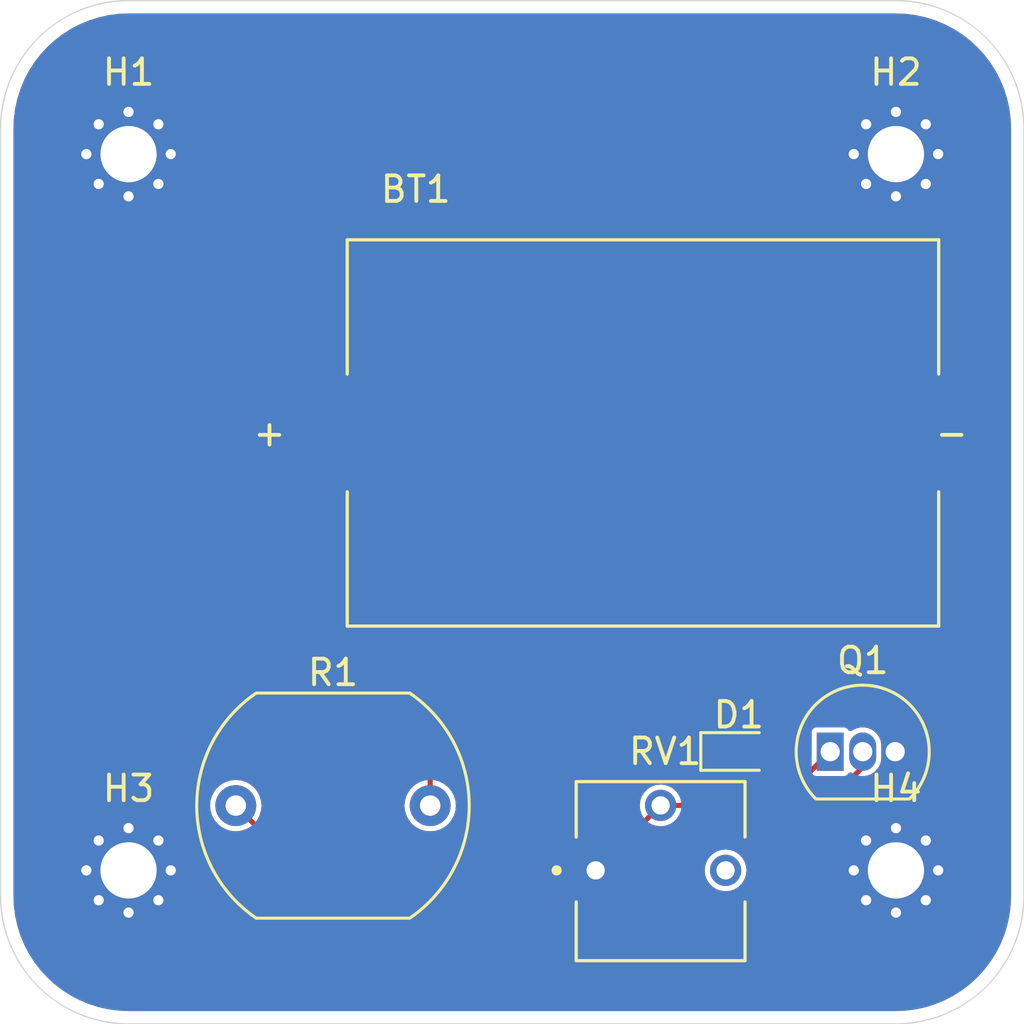
<source format=kicad_pcb>
(kicad_pcb (version 20240108) (generator "pcbnew") (generator_version "8.0")
  (layers (0 "F.Cu" signal) (31 "B.Cu" signal) (34 "B.Paste" user) (35 "F.Paste" user) (36 "B.SilkS" user "B.Silkscreen") (37 "F.SilkS" user "F.Silkscreen") (38 "B.Mask" user) (39 "F.Mask" user) (44 "Edge.Cuts" user))
  (net 0 "")
  (net 1 "Net-(BT1-Pad+)")
  (net 2 "GND")
  (net 3 "Net-(D1-K)")
  (net 4 "Net-(Q1-B)")
  (footprint "MountingHole:MountingHole_2.2mm_M2_Pad_Via" (layer "F.Cu") (at 175 76)
    (property "Reference" "H2" (at 0 -3.2 0) (layer "F.SilkS"))
    (property "Value" "M2")
    (pad "1" thru_hole circle (at -1.65 0) (size 0.7 0.7) (drill 0.4) (layers "*.Cu" "*.Mask") (net 2 "GND"))
    (pad "1" thru_hole circle (at -1.166726 -1.166726) (size 0.7 0.7) (drill 0.4) (layers "*.Cu" "*.Mask") (net 2 "GND"))
    (pad "1" thru_hole circle (at -1.166726 1.166726) (size 0.7 0.7) (drill 0.4) (layers "*.Cu" "*.Mask") (net 2 "GND"))
    (pad "1" thru_hole circle (at 0 -1.65) (size 0.7 0.7) (drill 0.4) (layers "*.Cu" "*.Mask") (net 2 "GND"))
    (pad "1" thru_hole circle (at 0 0) (size 4.4 4.4) (drill 2.2) (layers "*.Cu" "*.Mask") (net 2 "GND"))
    (pad "1" thru_hole circle (at 0 1.65) (size 0.7 0.7) (drill 0.4) (layers "*.Cu" "*.Mask") (net 2 "GND"))
    (pad "1" thru_hole circle (at 1.166726 -1.166726) (size 0.7 0.7) (drill 0.4) (layers "*.Cu" "*.Mask") (net 2 "GND"))
    (pad "1" thru_hole circle (at 1.166726 1.166726) (size 0.7 0.7) (drill 0.4) (layers "*.Cu" "*.Mask") (net 2 "GND"))
    (pad "1" thru_hole circle (at 1.65 0) (size 0.7 0.7) (drill 0.4) (layers "*.Cu" "*.Mask") (net 2 "GND"))
  )
  (footprint "MountingHole:MountingHole_2.2mm_M2_Pad_Via" (layer "F.Cu") (at 175 104)
    (property "Reference" "H4" (at 0 -3.2 0) (layer "F.SilkS"))
    (property "Value" "M2")
    (pad "1" thru_hole circle (at -1.65 0) (size 0.7 0.7) (drill 0.4) (layers "*.Cu" "*.Mask") (net 2 "GND"))
    (pad "1" thru_hole circle (at -1.166726 -1.166726) (size 0.7 0.7) (drill 0.4) (layers "*.Cu" "*.Mask") (net 2 "GND"))
    (pad "1" thru_hole circle (at -1.166726 1.166726) (size 0.7 0.7) (drill 0.4) (layers "*.Cu" "*.Mask") (net 2 "GND"))
    (pad "1" thru_hole circle (at 0 -1.65) (size 0.7 0.7) (drill 0.4) (layers "*.Cu" "*.Mask") (net 2 "GND"))
    (pad "1" thru_hole circle (at 0 0) (size 4.4 4.4) (drill 2.2) (layers "*.Cu" "*.Mask") (net 2 "GND"))
    (pad "1" thru_hole circle (at 0 1.65) (size 0.7 0.7) (drill 0.4) (layers "*.Cu" "*.Mask") (net 2 "GND"))
    (pad "1" thru_hole circle (at 1.166726 -1.166726) (size 0.7 0.7) (drill 0.4) (layers "*.Cu" "*.Mask") (net 2 "GND"))
    (pad "1" thru_hole circle (at 1.166726 1.166726) (size 0.7 0.7) (drill 0.4) (layers "*.Cu" "*.Mask") (net 2 "GND"))
    (pad "1" thru_hole circle (at 1.65 0) (size 0.7 0.7) (drill 0.4) (layers "*.Cu" "*.Mask") (net 2 "GND"))
  )
  (footprint "Coin_Cell_Holder:BAT_BLP2032SM-GTR" (layer "F.Cu") (at 165.75 86.9)
    (property "Reference" "BT1" (at -9.525 -9.525 0) (layer "F.SilkS"))
    (property "Value" "BLP2032SM-GTR")
    (fp_line (start -12.2 -7.55) (end 10.92 -7.55) (stroke (width 0.127)) (layer "F.SilkS"))
    (fp_line (start -12.2 -2.3) (end -12.2 -7.55) (stroke (width 0.127)) (layer "F.SilkS"))
    (fp_line (start -12.2 7.55) (end -12.2 2.3) (stroke (width 0.127)) (layer "F.SilkS"))
    (fp_line (start 10.92 -7.55) (end 10.92 -2.3) (stroke (width 0.127)) (layer "F.SilkS"))
    (fp_line (start 10.92 2.3) (end 10.92 7.55) (stroke (width 0.127)) (layer "F.SilkS"))
    (fp_line (start 10.92 7.55) (end -12.2 7.55) (stroke (width 0.127)) (layer "F.SilkS"))
    (fp_text user "+" (at -15.24 0 0) (layer "F.SilkS"))
    (fp_text user "-" (at 11.43 0 0) (layer "F.SilkS"))
    (pad "+" smd rect (at -11.99 0) (size 3.2 3.75) (layers "F.Cu" "F.Paste" "F.Mask") (net 1 "Net-(BT1-Pad+)"))
    (pad "-" smd rect (at 9.27 0) (size 3.2 3.75) (layers "F.Cu" "F.Paste" "F.Mask") (net 2 "GND"))
  )
  (footprint "MountingHole:MountingHole_2.2mm_M2_Pad_Via" (layer "F.Cu") (at 145 104)
    (property "Reference" "H3" (at 0 -3.2 0) (layer "F.SilkS"))
    (property "Value" "M2")
    (pad "1" thru_hole circle (at -1.65 0) (size 0.7 0.7) (drill 0.4) (layers "*.Cu" "*.Mask") (net 2 "GND"))
    (pad "1" thru_hole circle (at -1.166726 -1.166726) (size 0.7 0.7) (drill 0.4) (layers "*.Cu" "*.Mask") (net 2 "GND"))
    (pad "1" thru_hole circle (at -1.166726 1.166726) (size 0.7 0.7) (drill 0.4) (layers "*.Cu" "*.Mask") (net 2 "GND"))
    (pad "1" thru_hole circle (at 0 -1.65) (size 0.7 0.7) (drill 0.4) (layers "*.Cu" "*.Mask") (net 2 "GND"))
    (pad "1" thru_hole circle (at 0 0) (size 4.4 4.4) (drill 2.2) (layers "*.Cu" "*.Mask") (net 2 "GND"))
    (pad "1" thru_hole circle (at 0 1.65) (size 0.7 0.7) (drill 0.4) (layers "*.Cu" "*.Mask") (net 2 "GND"))
    (pad "1" thru_hole circle (at 1.166726 -1.166726) (size 0.7 0.7) (drill 0.4) (layers "*.Cu" "*.Mask") (net 2 "GND"))
    (pad "1" thru_hole circle (at 1.166726 1.166726) (size 0.7 0.7) (drill 0.4) (layers "*.Cu" "*.Mask") (net 2 "GND"))
    (pad "1" thru_hole circle (at 1.65 0) (size 0.7 0.7) (drill 0.4) (layers "*.Cu" "*.Mask") (net 2 "GND"))
  )
  (footprint "trim potentiometer:TRIM_3362P-1-204" (layer "F.Cu") (at 165.8 104)
    (property "Reference" "RV1" (at 0.17547 -4.64779 0) (layer "F.SilkS") (effects (font (size 1.002756 1.002756))))
    (property "Value" "10k")
    (fp_line (start -3.3 -3.47) (end 3.3 -3.47) (stroke (width 0.127)) (layer "F.SilkS"))
    (fp_line (start -3.3 -1.305) (end -3.3 -3.47) (stroke (width 0.127)) (layer "F.SilkS"))
    (fp_line (start -3.3 3.52) (end -3.3 1.235) (stroke (width 0.127)) (layer "F.SilkS"))
    (fp_line (start 3.3 -3.47) (end 3.3 -1.305) (stroke (width 0.127)) (layer "F.SilkS"))
    (fp_line (start 3.3 1.235) (end 3.3 3.52) (stroke (width 0.127)) (layer "F.SilkS"))
    (fp_line (start 3.3 3.53) (end -3.3 3.53) (stroke (width 0.127)) (layer "F.SilkS"))
    (fp_circle (center -4.064 0) (end -3.964 0) (stroke (width 0.2)) (fill none) (layer "F.SilkS"))
    (pad "1" thru_hole rect (at -2.54 0) (size 1.222 1.222) (drill 0.714) (layers "*.Cu" "*.Mask") (net 2 "GND"))
    (pad "2" thru_hole circle (at 0 -2.54) (size 1.222 1.222) (drill 0.714) (layers "*.Cu" "*.Mask") (net 4 "Net-(Q1-B)"))
    (pad "3" thru_hole circle (at 2.54 0) (size 1.222 1.222) (drill 0.714) (layers "*.Cu" "*.Mask"))
  )
  (footprint "MountingHole:MountingHole_2.2mm_M2_Pad_Via" (layer "F.Cu") (at 145 76)
    (property "Reference" "H1" (at 0 -3.2 0) (layer "F.SilkS"))
    (property "Value" "M2")
    (pad "1" thru_hole circle (at -1.65 0) (size 0.7 0.7) (drill 0.4) (layers "*.Cu" "*.Mask") (net 2 "GND"))
    (pad "1" thru_hole circle (at -1.166726 -1.166726) (size 0.7 0.7) (drill 0.4) (layers "*.Cu" "*.Mask") (net 2 "GND"))
    (pad "1" thru_hole circle (at -1.166726 1.166726) (size 0.7 0.7) (drill 0.4) (layers "*.Cu" "*.Mask") (net 2 "GND"))
    (pad "1" thru_hole circle (at 0 -1.65) (size 0.7 0.7) (drill 0.4) (layers "*.Cu" "*.Mask") (net 2 "GND"))
    (pad "1" thru_hole circle (at 0 0) (size 4.4 4.4) (drill 2.2) (layers "*.Cu" "*.Mask") (net 2 "GND"))
    (pad "1" thru_hole circle (at 0 1.65) (size 0.7 0.7) (drill 0.4) (layers "*.Cu" "*.Mask") (net 2 "GND"))
    (pad "1" thru_hole circle (at 1.166726 -1.166726) (size 0.7 0.7) (drill 0.4) (layers "*.Cu" "*.Mask") (net 2 "GND"))
    (pad "1" thru_hole circle (at 1.166726 1.166726) (size 0.7 0.7) (drill 0.4) (layers "*.Cu" "*.Mask") (net 2 "GND"))
    (pad "1" thru_hole circle (at 1.65 0) (size 0.7 0.7) (drill 0.4) (layers "*.Cu" "*.Mask") (net 2 "GND"))
  )
  (footprint "Package_TO_SOT_THT:TO-92_Inline" (layer "F.Cu") (at 172.43 99.36)
    (property "Reference" "Q1" (at 1.27 -3.56 0) (layer "F.SilkS"))
    (property "Value" "BC547")
    (fp_line (start -0.53 1.85) (end 3.07 1.85) (stroke (width 0.12)) (layer "F.SilkS"))
    (fp_arc (start -0.568478 1.838478) (mid -1.132087 -0.994977) (end 1.27 -2.6) (stroke (width 0.12)) (layer "F.SilkS"))
    (fp_arc (start 1.27 -2.6) (mid 3.672087 -0.994977) (end 3.108478 1.838478) (stroke (width 0.12)) (layer "F.SilkS"))
    (pad "1" thru_hole rect (at 0 0) (size 1.05 1.5) (drill 0.75) (layers "*.Cu" "*.Mask") (net 3 "Net-(D1-K)"))
    (pad "2" thru_hole oval (at 1.27 0) (size 1.05 1.5) (drill 0.75) (layers "*.Cu" "*.Mask") (net 4 "Net-(Q1-B)"))
    (pad "3" thru_hole oval (at 2.54 0) (size 1.05 1.5) (drill 0.75) (layers "*.Cu" "*.Mask") (net 2 "GND"))
  )
  (footprint "OptoDevice:R_LDR_10x8.5mm_P7.6mm_Vertical" (layer "F.Cu") (at 149.192 101.468)
    (property "Reference" "R1" (at 3.8 -5.2 0) (layer "F.SilkS"))
    (property "Value" "LDR03")
    (fp_line (start 0.8 -4.4) (end 6.8 -4.4) (stroke (width 0.12)) (layer "F.SilkS"))
    (fp_line (start 0.8 4.4) (end 6.8 4.4) (stroke (width 0.12)) (layer "F.SilkS"))
    (fp_arc (start 0.8 4.4) (mid -1.525374 0.019809) (end 0.76735 -4.37756) (stroke (width 0.12)) (layer "F.SilkS"))
    (fp_arc (start 6.8 -4.4) (mid 9.125374 -0.019809) (end 6.83265 4.37756) (stroke (width 0.12)) (layer "F.SilkS"))
    (pad "1" thru_hole circle (at 0 0) (size 1.6 1.6) (drill 0.8) (layers "*.Cu" "*.Mask") (net 4 "Net-(Q1-B)"))
    (pad "2" thru_hole circle (at 7.6 0) (size 1.6 1.6) (drill 0.8) (layers "*.Cu" "*.Mask") (net 1 "Net-(BT1-Pad+)"))
  )
  (footprint "LED_SMD:LED_0603_1608Metric" (layer "F.Cu") (at 168.855 99.352)
    (property "Reference" "D1" (at 0 -1.43 0) (layer "F.SilkS"))
    (property "Value" "LED")
    (fp_line (start -1.485 -0.735) (end -1.485 0.735) (stroke (width 0.12)) (layer "F.SilkS"))
    (fp_line (start -1.485 0.735) (end 0.8 0.735) (stroke (width 0.12)) (layer "F.SilkS"))
    (fp_line (start 0.8 -0.735) (end -1.485 -0.735) (stroke (width 0.12)) (layer "F.SilkS"))
    (pad "1" smd roundrect (at -0.7875 0) (size 0.875 0.95) (layers "F.Cu" "F.Paste" "F.Mask") (net 3 "Net-(D1-K)"))
    (pad "2" smd roundrect (at 0.7875 0) (size 0.875 0.95) (layers "F.Cu" "F.Paste" "F.Mask") (net 2 "GND"))
  )
  (gr_line (start 140 75) (end 140 105) (stroke (width 0.05)) (layer "Edge.Cuts"))
  (gr_arc (start 180 105) (mid 178.535534 108.535534) (end 175 110) (stroke (width 0.05)) (layer "Edge.Cuts"))
  (gr_line (start 145 110) (end 175 110) (stroke (width 0.05)) (layer "Edge.Cuts"))
  (gr_arc (start 175 70) (mid 178.535534 71.464466) (end 180 75) (stroke (width 0.05)) (layer "Edge.Cuts"))
  (gr_line (start 145 70) (end 175 70) (stroke (width 0.05)) (layer "Edge.Cuts"))
  (gr_arc (start 140 75) (mid 141.464466 71.464466) (end 145 70) (stroke (width 0.05)) (layer "Edge.Cuts"))
  (gr_arc (start 145 110) (mid 141.464466 108.535534) (end 140 105) (stroke (width 0.05)) (layer "Edge.Cuts"))
  (gr_line (start 180 105) (end 180 75) (stroke (width 0.05)) (layer "Edge.Cuts"))
  (segment (start 156.792 101.468) (end 156.792 89.932) (width 0.2) (layer "F.Cu") (net 1))
  (segment (start 156.792 89.932) (end 153.76 86.9) (width 0.2) (layer "F.Cu") (net 1))
  (segment (start 168.8425 100.127) (end 171.663 100.127) (width 0.2) (layer "F.Cu") (net 3))
  (segment (start 171.663 100.127) (end 172.43 99.36) (width 0.2) (layer "F.Cu") (net 3))
  (segment (start 168.0675 99.352) (end 168.8425 100.127) (width 0.2) (layer "F.Cu") (net 3))
  (segment (start 149.192 101.468) (end 150.292 102.568) (width 0.2) (layer "F.Cu") (net 4))
  (segment (start 150.292 102.568) (end 164.692 102.568) (width 0.2) (layer "F.Cu") (net 4))
  (segment (start 172.205 101.46) (end 173.7 99.965) (width 0.2) (layer "F.Cu") (net 4))
  (segment (start 173.7 99.965) (end 173.7 99.36) (width 0.2) (layer "F.Cu") (net 4))
  (segment (start 165.8 101.46) (end 172.205 101.46) (width 0.2) (layer "F.Cu") (net 4))
  (segment (start 164.692 102.568) (end 165.8 101.46) (width 0.2) (layer "F.Cu") (net 4))
  (zone (net 2) (net_name "GND") (layers "F&B.Cu") (connect_pads yes (clearance 0.2)) (min_thickness 0.25) (fill yes (thermal_gap 0.25) (thermal_bridge_width 0.25))
    (polygon (pts (xy 180 70) (xy 140 70) (xy 140 110) (xy 180 110)))
  )
)
</source>
